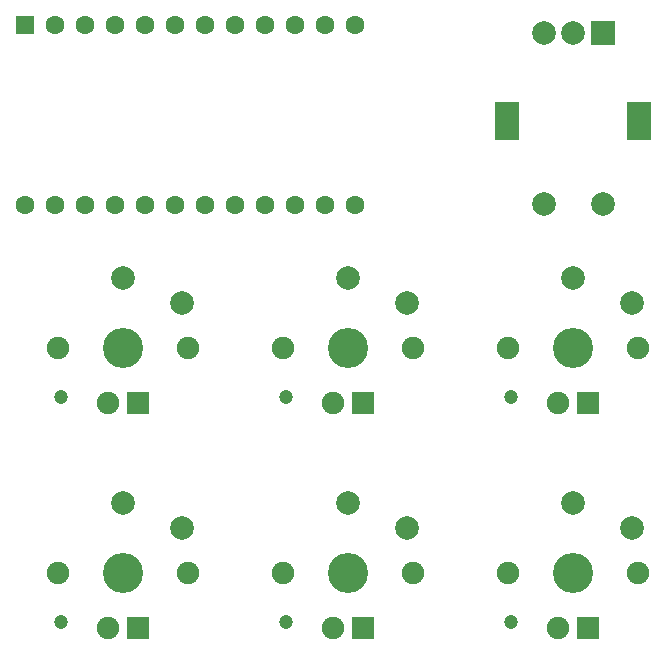
<source format=gbr>
%TF.GenerationSoftware,KiCad,Pcbnew,(5.1.10)-1*%
%TF.CreationDate,2022-07-13T10:10:06+10:00*%
%TF.ProjectId,6_key_lp_macropad,365f6b65-795f-46c7-905f-6d6163726f70,rev?*%
%TF.SameCoordinates,Original*%
%TF.FileFunction,Soldermask,Bot*%
%TF.FilePolarity,Negative*%
%FSLAX46Y46*%
G04 Gerber Fmt 4.6, Leading zero omitted, Abs format (unit mm)*
G04 Created by KiCad (PCBNEW (5.1.10)-1) date 2022-07-13 10:10:06*
%MOMM*%
%LPD*%
G01*
G04 APERTURE LIST*
%ADD10R,1.905000X1.905000*%
%ADD11C,1.905000*%
%ADD12C,1.200000*%
%ADD13C,1.900000*%
%ADD14C,2.000000*%
%ADD15C,3.400000*%
%ADD16C,1.600000*%
%ADD17R,1.600000X1.600000*%
%ADD18R,2.000000X2.000000*%
%ADD19R,2.000000X3.200000*%
G04 APERTURE END LIST*
D10*
%TO.C,MX1*%
X775970000Y27050000D03*
D11*
X773430000Y27050000D03*
D12*
X769480000Y27550000D03*
D13*
X780200000Y31750000D03*
X769200000Y31750000D03*
D14*
X779700000Y35550000D03*
D15*
X774700000Y31750000D03*
D14*
X774700000Y37650000D03*
%TD*%
D16*
%TO.C,U1*%
X766445000Y43815000D03*
X768985000Y43815000D03*
X771525000Y43815000D03*
X774065000Y43815000D03*
X776605000Y43815000D03*
X779145000Y43815000D03*
X781685000Y43815000D03*
X784225000Y43815000D03*
X786765000Y43815000D03*
X789305000Y43815000D03*
X791845000Y43815000D03*
X794385000Y43815000D03*
X794385000Y59055000D03*
X791845000Y59055000D03*
X789305000Y59055000D03*
X786765000Y59055000D03*
X784225000Y59055000D03*
X781685000Y59055000D03*
X779145000Y59055000D03*
X776605000Y59055000D03*
X774065000Y59055000D03*
X771525000Y59055000D03*
X768985000Y59055000D03*
D17*
X766445000Y59055000D03*
%TD*%
D10*
%TO.C,MX3*%
X795020000Y27050000D03*
D11*
X792480000Y27050000D03*
D12*
X788530000Y27550000D03*
D13*
X799250000Y31750000D03*
X788250000Y31750000D03*
D14*
X798750000Y35550000D03*
D15*
X793750000Y31750000D03*
D14*
X793750000Y37650000D03*
%TD*%
D18*
%TO.C,SW1*%
X815340000Y58420000D03*
D14*
X812840000Y58420000D03*
X810340000Y58420000D03*
D19*
X818440000Y50920000D03*
X807240000Y50920000D03*
D14*
X815340000Y43920000D03*
X810340000Y43920000D03*
%TD*%
D10*
%TO.C,MX6*%
X814070000Y8000000D03*
D11*
X811530000Y8000000D03*
D12*
X807580000Y8500000D03*
D13*
X818300000Y12700000D03*
X807300000Y12700000D03*
D14*
X817800000Y16500000D03*
D15*
X812800000Y12700000D03*
D14*
X812800000Y18600000D03*
%TD*%
D10*
%TO.C,MX5*%
X814070000Y27050000D03*
D11*
X811530000Y27050000D03*
D12*
X807580000Y27550000D03*
D13*
X818300000Y31750000D03*
X807300000Y31750000D03*
D14*
X817800000Y35550000D03*
D15*
X812800000Y31750000D03*
D14*
X812800000Y37650000D03*
%TD*%
D10*
%TO.C,MX4*%
X795020000Y8000000D03*
D11*
X792480000Y8000000D03*
D12*
X788530000Y8500000D03*
D13*
X799250000Y12700000D03*
X788250000Y12700000D03*
D14*
X798750000Y16500000D03*
D15*
X793750000Y12700000D03*
D14*
X793750000Y18600000D03*
%TD*%
D10*
%TO.C,MX2*%
X775970000Y8000000D03*
D11*
X773430000Y8000000D03*
D12*
X769480000Y8500000D03*
D13*
X780200000Y12700000D03*
X769200000Y12700000D03*
D14*
X779700000Y16500000D03*
D15*
X774700000Y12700000D03*
D14*
X774700000Y18600000D03*
%TD*%
M02*

</source>
